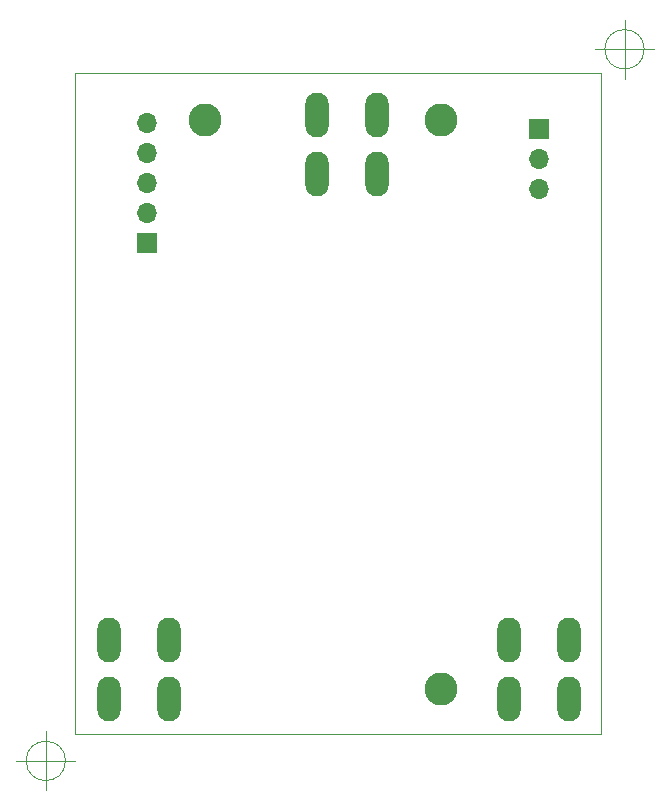
<source format=gbr>
%TF.GenerationSoftware,KiCad,Pcbnew,6.0.1*%
%TF.CreationDate,2022-06-20T02:46:21+02:00*%
%TF.ProjectId,PontHComplet_MK2,506f6e74-4843-46f6-9d70-6c65745f4d4b,rev?*%
%TF.SameCoordinates,Original*%
%TF.FileFunction,Soldermask,Bot*%
%TF.FilePolarity,Negative*%
%FSLAX46Y46*%
G04 Gerber Fmt 4.6, Leading zero omitted, Abs format (unit mm)*
G04 Created by KiCad (PCBNEW 6.0.1) date 2022-06-20 02:46:21*
%MOMM*%
%LPD*%
G01*
G04 APERTURE LIST*
%TA.AperFunction,Profile*%
%ADD10C,0.050000*%
%TD*%
%ADD11R,1.700000X1.700000*%
%ADD12O,1.700000X1.700000*%
%ADD13O,2.003200X3.803200*%
%ADD14C,2.800000*%
G04 APERTURE END LIST*
D10*
X126000000Y-133000000D02*
X170500000Y-132983704D01*
X170500000Y-132983704D02*
X170500000Y-77000000D01*
X170500000Y-77000000D02*
X126000000Y-77000000D01*
X126000000Y-77000000D02*
X126000000Y-133000000D01*
X125166666Y-135250000D02*
G75*
G03*
X125166666Y-135250000I-1666666J0D01*
G01*
X121000000Y-135250000D02*
X126000000Y-135250000D01*
X123500000Y-132750000D02*
X123500000Y-137750000D01*
X174166666Y-75000000D02*
G75*
G03*
X174166666Y-75000000I-1666666J0D01*
G01*
X170000000Y-75000000D02*
X175000000Y-75000000D01*
X172500000Y-72500000D02*
X172500000Y-77500000D01*
D11*
%TO.C,JP1*%
X165250000Y-81750000D03*
D12*
X165250000Y-84290000D03*
X165250000Y-86830000D03*
%TD*%
D11*
%TO.C,JP2*%
X132080000Y-91440000D03*
D12*
X132080000Y-88900000D03*
X132080000Y-86360000D03*
X132080000Y-83820000D03*
X132080000Y-81280000D03*
%TD*%
D13*
%TO.C,MOTEUR_D1*%
X133933406Y-130010636D03*
X128853406Y-130010636D03*
X133933406Y-125010636D03*
X128853406Y-125010636D03*
%TD*%
%TO.C,MOTEUR_G1*%
X167791606Y-129999205D03*
X162711606Y-129999205D03*
X167791606Y-124999205D03*
X162711606Y-124999205D03*
%TD*%
%TO.C,X1*%
X146430577Y-80577102D03*
X151510577Y-80577102D03*
X146430577Y-85577102D03*
X151510577Y-85577102D03*
%TD*%
D14*
%TO.C,H1*%
X157000000Y-129173545D03*
%TD*%
%TO.C,H3*%
X137000000Y-81000000D03*
%TD*%
%TO.C,H2*%
X157000000Y-81000000D03*
%TD*%
M02*

</source>
